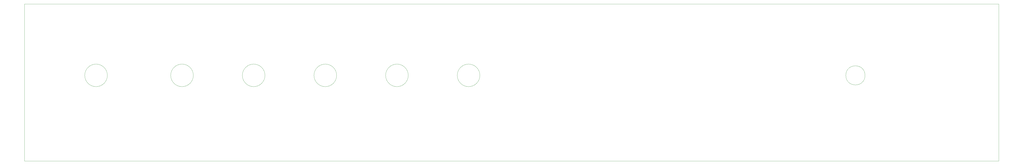
<source format=gm1>
G04 #@! TF.GenerationSoftware,KiCad,Pcbnew,6.0.6-3a73a75311~116~ubuntu22.04.1*
G04 #@! TF.CreationDate,2022-07-16T14:16:27-04:00*
G04 #@! TF.ProjectId,it_is_the_champion_faceplate,69745f69-735f-4746-9865-5f6368616d70,0*
G04 #@! TF.SameCoordinates,Original*
G04 #@! TF.FileFunction,Profile,NP*
%FSLAX46Y46*%
G04 Gerber Fmt 4.6, Leading zero omitted, Abs format (unit mm)*
G04 Created by KiCad (PCBNEW 6.0.6-3a73a75311~116~ubuntu22.04.1) date 2022-07-16 14:16:27*
%MOMM*%
%LPD*%
G01*
G04 APERTURE LIST*
G04 #@! TA.AperFunction,Profile*
%ADD10C,0.050000*%
G04 #@! TD*
G04 APERTURE END LIST*
D10*
X67310000Y-168910000D02*
X499110000Y-168910000D01*
X142176500Y-200660000D02*
G75*
G03*
X142176500Y-200660000I-5016500J0D01*
G01*
X439860000Y-200660000D02*
G75*
G03*
X439860000Y-200660000I-4250000J0D01*
G01*
X67310000Y-168910000D02*
X67310000Y-238760000D01*
X237426500Y-200660000D02*
G75*
G03*
X237426500Y-200660000I-5016500J0D01*
G01*
X104076500Y-200660000D02*
G75*
G03*
X104076500Y-200660000I-5016500J0D01*
G01*
X173926500Y-200660000D02*
G75*
G03*
X173926500Y-200660000I-5016500J0D01*
G01*
X67310000Y-238760000D02*
X499110000Y-238760000D01*
X499110000Y-168910000D02*
X499110000Y-238760000D01*
X205676500Y-200660000D02*
G75*
G03*
X205676500Y-200660000I-5016500J0D01*
G01*
X269176500Y-200660000D02*
G75*
G03*
X269176500Y-200660000I-5016500J0D01*
G01*
M02*

</source>
